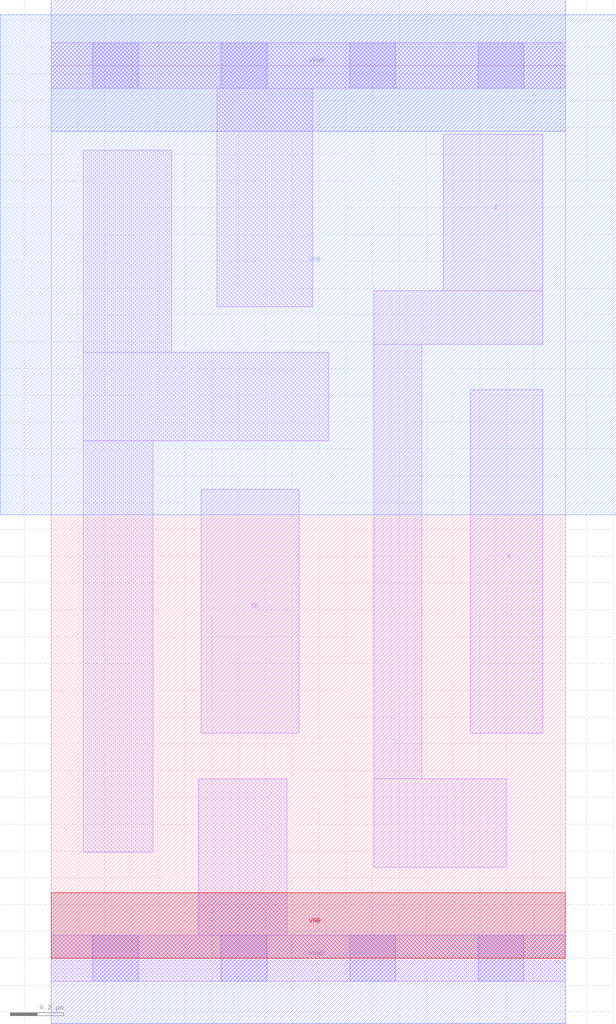
<source format=lef>
# Copyright 2020 The SkyWater PDK Authors
#
# Licensed under the Apache License, Version 2.0 (the "License");
# you may not use this file except in compliance with the License.
# You may obtain a copy of the License at
#
#     https://www.apache.org/licenses/LICENSE-2.0
#
# Unless required by applicable law or agreed to in writing, software
# distributed under the License is distributed on an "AS IS" BASIS,
# WITHOUT WARRANTIES OR CONDITIONS OF ANY KIND, either express or implied.
# See the License for the specific language governing permissions and
# limitations under the License.
#
# SPDX-License-Identifier: Apache-2.0

VERSION 5.7 ;
  NOWIREEXTENSIONATPIN ON ;
  DIVIDERCHAR "/" ;
  BUSBITCHARS "[]" ;
MACRO sky130_fd_sc_lp__einvp_0
  CLASS CORE ;
  FOREIGN sky130_fd_sc_lp__einvp_0 ;
  ORIGIN  0.000000  0.000000 ;
  SIZE  1.920000 BY  3.330000 ;
  SYMMETRY X Y R90 ;
  SITE unit ;
  PIN A
    ANTENNAGATEAREA  0.159000 ;
    DIRECTION INPUT ;
    USE SIGNAL ;
    PORT
      LAYER li1 ;
        RECT 1.565000 0.840000 1.835000 2.120000 ;
    END
  END A
  PIN TE
    ANTENNAGATEAREA  0.189000 ;
    DIRECTION INPUT ;
    USE SIGNAL ;
    PORT
      LAYER li1 ;
        RECT 0.560000 0.840000 0.925000 1.750000 ;
    END
  END TE
  PIN Z
    ANTENNADIFFAREA  0.293700 ;
    DIRECTION OUTPUT ;
    USE SIGNAL ;
    PORT
      LAYER li1 ;
        RECT 1.205000 0.340000 1.700000 0.670000 ;
        RECT 1.205000 0.670000 1.385000 2.290000 ;
        RECT 1.205000 2.290000 1.835000 2.490000 ;
        RECT 1.465000 2.490000 1.835000 3.075000 ;
    END
  END Z
  PIN VGND
    DIRECTION INOUT ;
    USE GROUND ;
    PORT
      LAYER met1 ;
        RECT 0.000000 -0.245000 1.920000 0.245000 ;
    END
  END VGND
  PIN VNB
    DIRECTION INOUT ;
    USE GROUND ;
    PORT
      LAYER pwell ;
        RECT 0.000000 0.000000 1.920000 0.245000 ;
    END
  END VNB
  PIN VPB
    DIRECTION INOUT ;
    USE POWER ;
    PORT
      LAYER nwell ;
        RECT -0.190000 1.655000 2.110000 3.520000 ;
    END
  END VPB
  PIN VPWR
    DIRECTION INOUT ;
    USE POWER ;
    PORT
      LAYER met1 ;
        RECT 0.000000 3.085000 1.920000 3.575000 ;
    END
  END VPWR
  OBS
    LAYER li1 ;
      RECT 0.000000 -0.085000 1.920000 0.085000 ;
      RECT 0.000000  3.245000 1.920000 3.415000 ;
      RECT 0.120000  0.395000 0.380000 1.930000 ;
      RECT 0.120000  1.930000 1.035000 2.260000 ;
      RECT 0.120000  2.260000 0.450000 3.015000 ;
      RECT 0.550000  0.085000 0.880000 0.670000 ;
      RECT 0.620000  2.430000 0.975000 3.245000 ;
    LAYER mcon ;
      RECT 0.155000 -0.085000 0.325000 0.085000 ;
      RECT 0.155000  3.245000 0.325000 3.415000 ;
      RECT 0.635000 -0.085000 0.805000 0.085000 ;
      RECT 0.635000  3.245000 0.805000 3.415000 ;
      RECT 1.115000 -0.085000 1.285000 0.085000 ;
      RECT 1.115000  3.245000 1.285000 3.415000 ;
      RECT 1.595000 -0.085000 1.765000 0.085000 ;
      RECT 1.595000  3.245000 1.765000 3.415000 ;
  END
END sky130_fd_sc_lp__einvp_0
END LIBRARY

</source>
